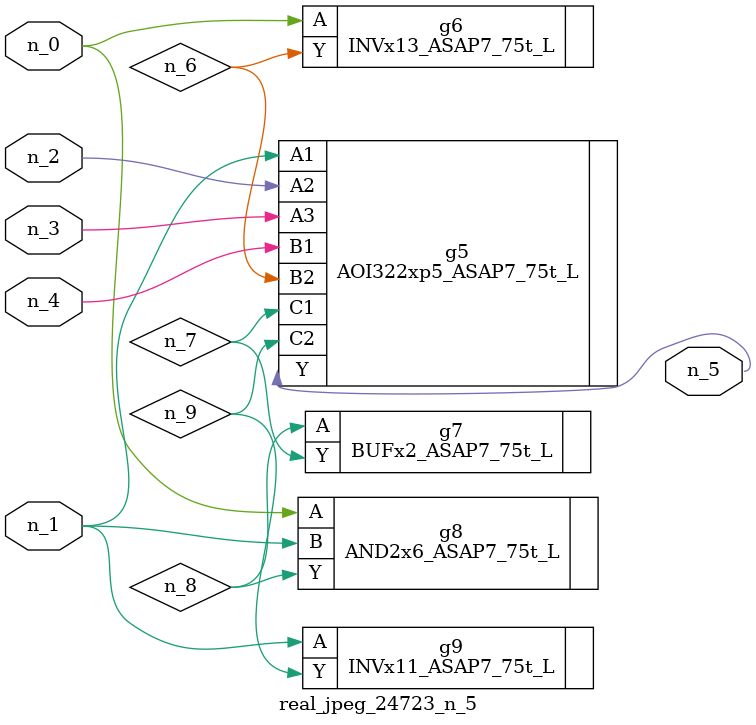
<source format=v>
module real_jpeg_24723_n_5 (n_4, n_0, n_1, n_2, n_3, n_5);

input n_4;
input n_0;
input n_1;
input n_2;
input n_3;

output n_5;

wire n_8;
wire n_6;
wire n_7;
wire n_9;

INVx13_ASAP7_75t_L g6 ( 
.A(n_0),
.Y(n_6)
);

AND2x6_ASAP7_75t_L g8 ( 
.A(n_0),
.B(n_1),
.Y(n_8)
);

AOI322xp5_ASAP7_75t_L g5 ( 
.A1(n_1),
.A2(n_2),
.A3(n_3),
.B1(n_4),
.B2(n_6),
.C1(n_7),
.C2(n_9),
.Y(n_5)
);

INVx11_ASAP7_75t_L g9 ( 
.A(n_1),
.Y(n_9)
);

BUFx2_ASAP7_75t_L g7 ( 
.A(n_8),
.Y(n_7)
);


endmodule
</source>
